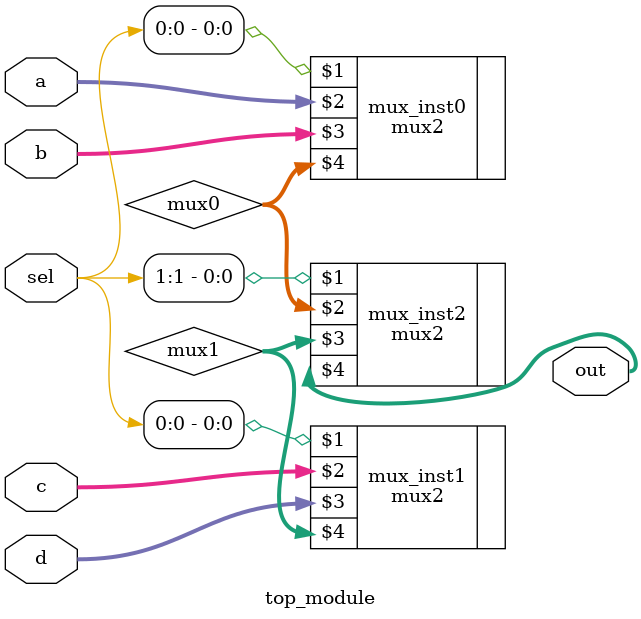
<source format=v>
module top_module (
    input  [1:0] sel,
    input  [7:0] a,
    input  [7:0] b,
    input  [7:0] c,
    input  [7:0] d,
    output [7:0] out
);  //

  wire [7:0] mux0, mux1;
  mux2 mux_inst0 (
      sel[0],
      a,
      b,
      mux0
  );
  mux2 mux_inst1 (
      sel[0],
      c,
      d,
      mux1
  );
  mux2 mux_inst2 (
      sel[1],
      mux0,
      mux1,
      out
  );

endmodule

</source>
